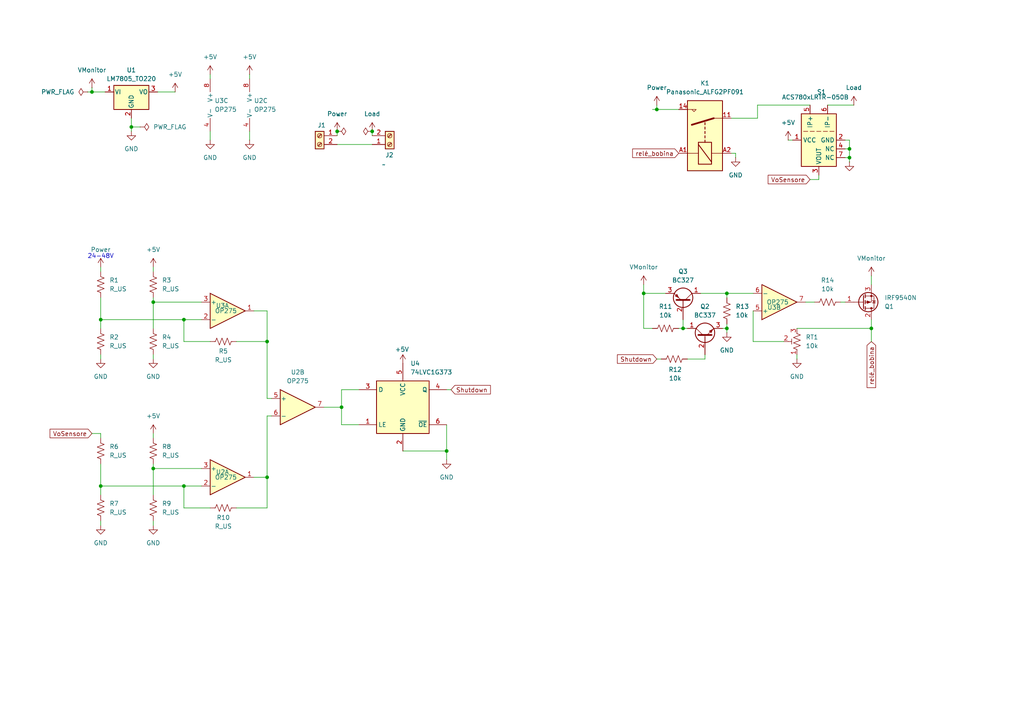
<source format=kicad_sch>
(kicad_sch (version 20231120) (generator "eeschema") (generator_version "8.0")
  (paper "A4")
  (title_block (title "Template") (date "2022-04-19") (rev "V0") (company "E-Agle TRT"))
  (lib_symbols
    (symbol "74xGxx:74LVC1G373"
      (property "Reference" "U" (at -5.08 10.16 0))
      (property "Value" "74LVC1G373" (at 7.62 -10.16 0))
      (symbol "74LVC1G373_0_1"
        (rectangle (start -7.62 7.62) (end 7.62 -7.62) (stroke (width 0.254)) (fill (type background)))
      )
      (symbol "74LVC1G373_1_1"
        (pin input line (at -12.7 -5.08 0) (length 5.08) (name "LE") (number "1"))
        (pin power_in line (at 0 -12.7 90) (length 5.08) (name "GND") (number "2"))
        (pin input line (at -12.7 5.08 0) (length 5.08) (name "D") (number "3"))
        (pin tri_state line (at 12.7 5.08 180) (length 5.08) (name "Q") (number "4"))
        (pin power_in line (at 0 12.7 270) (length 5.08) (name "VCC") (number "5"))
        (pin input line (at 12.7 -5.08 180) (length 5.08) (name "~{OE}") (number "6"))
      )
    )
    (symbol "Amplifier_Operational:OP275" (pin_names (offset 0.127))
      (property "Reference" "U" (at 0 5.08 0))
      (property "Value" "OP275" (at 0 -5.08 0))
      (symbol "OP275_1_1"
        (polyline (pts (xy -5.08 5.08) (xy 5.08 0) (xy -5.08 -5.08) (xy -5.08 5.08)) (stroke (width 0.254)) (fill (type background)))
        (pin output line (at 7.62 0 180) (length 2.54) (name "~") (number "1"))
        (pin input line (at -7.62 -2.54 0) (length 2.54) (name "-") (number "2"))
        (pin input line (at -7.62 2.54 0) (length 2.54) (name "+") (number "3"))
      )
      (symbol "OP275_2_1"
        (polyline (pts (xy -5.08 5.08) (xy 5.08 0) (xy -5.08 -5.08) (xy -5.08 5.08)) (stroke (width 0.254)) (fill (type background)))
        (pin input line (at -7.62 2.54 0) (length 2.54) (name "+") (number "5"))
        (pin input line (at -7.62 -2.54 0) (length 2.54) (name "-") (number "6"))
        (pin output line (at 7.62 0 180) (length 2.54) (name "~") (number "7"))
      )
      (symbol "OP275_3_1"
        (pin power_in line (at -2.54 -7.62 90) (length 3.81) (name "V-") (number "4"))
        (pin power_in line (at -2.54 7.62 270) (length 3.81) (name "V+") (number "8"))
      )
    )
    (symbol "Connector:Screw_Terminal_01x02" (pin_names (offset 1.016) hide)
      (property "Reference" "J" (at 0 2.54 0))
      (property "Value" "Screw_Terminal_01x02" (at 0 -5.08 0))
      (symbol "Screw_Terminal_01x02_1_1"
        (rectangle (start -1.27 1.27) (end 1.27 -3.81) (stroke (width 0.254)) (fill (type background)))
        (circle (center 0 -2.54) (radius 0.635) (stroke (width 0.1524)))
        (polyline (pts (xy -0.5334 -2.2098) (xy 0.3302 -3.048)) (stroke (width 0.1524)))
        (polyline (pts (xy -0.5334 0.3302) (xy 0.3302 -0.508)) (stroke (width 0.1524)))
        (polyline (pts (xy -0.3556 -2.032) (xy 0.508 -2.8702)) (stroke (width 0.1524)))
        (polyline (pts (xy -0.3556 0.508) (xy 0.508 -0.3302)) (stroke (width 0.1524)))
        (circle (center 0 0) (radius 0.635) (stroke (width 0.1524)))
        (pin passive line (at -5.08 0 0) (length 3.81) (name "Pin_1") (number "1"))
        (pin passive line (at -5.08 -2.54 0) (length 3.81) (name "Pin_2") (number "2"))
      )
    )
    (symbol "Device:R_Potentiometer_Trim_US" (pin_names (offset 1.016) hide)
      (property "Reference" "RV" (at -4.445 0 90))
      (property "Value" "R_Potentiometer_Trim_US" (at -2.54 0 90))
      (symbol "R_Potentiometer_Trim_US_0_1"
        (polyline (pts (xy 0 -2.286) (xy 0 -2.54)))
        (polyline (pts (xy 0 2.286) (xy 0 2.54)))
        (polyline (pts (xy 1.524 0.762) (xy 1.524 -0.762)))
        (polyline (pts (xy 2.54 0) (xy 1.524 0)))
        (polyline (pts (xy 0 -0.762) (xy 1.016 -1.143) (xy 0 -1.524) (xy -1.016 -1.905) (xy 0 -2.286)))
        (polyline (pts (xy 0 0.762) (xy 1.016 0.381) (xy 0 0) (xy -1.016 -0.381) (xy 0 -0.762)))
        (polyline (pts (xy 0 2.286) (xy 1.016 1.905) (xy 0 1.524) (xy -1.016 1.143) (xy 0 0.762)))
      )
      (symbol "R_Potentiometer_Trim_US_1_1"
        (pin passive line (at 0 3.81 270) (length 1.27) (name "1") (number "1"))
        (pin passive line (at 3.81 0 180) (length 1.27) (name "2") (number "2"))
        (pin passive line (at 0 -3.81 90) (length 1.27) (name "3") (number "3"))
      )
    )
    (symbol "Device:R_US" (pin_numbers hide) (pin_names (offset 0))
      (property "Reference" "R" (at 2.54 0 90))
      (property "Value" "R_US" (at -2.54 0 90))
      (symbol "R_US_0_1"
        (polyline (pts (xy 0 -2.286) (xy 0 -2.54)))
        (polyline (pts (xy 0 2.286) (xy 0 2.54)))
        (polyline (pts (xy 0 -0.762) (xy 1.016 -1.143) (xy 0 -1.524) (xy -1.016 -1.905) (xy 0 -2.286)))
        (polyline (pts (xy 0 0.762) (xy 1.016 0.381) (xy 0 0) (xy -1.016 -0.381) (xy 0 -0.762)))
        (polyline (pts (xy 0 2.286) (xy 1.016 1.905) (xy 0 1.524) (xy -1.016 1.143) (xy 0 0.762)))
      )
      (symbol "R_US_1_1"
        (pin passive line (at 0 3.81 270) (length 1.27) (name "~") (number "1"))
        (pin passive line (at 0 -3.81 90) (length 1.27) (name "~") (number "2"))
      )
    )
    (symbol "Regulator_Linear:LM7806_TO220" (pin_names (offset 0.254))
      (property "Reference" "U" (at -3.81 3.175 0))
      (property "Value" "LM7806_TO220" (at 0 3.175 0))
      (symbol "LM7806_TO220_0_1"
        (rectangle (start -5.08 1.905) (end 5.08 -5.08) (stroke (width 0.254)) (fill (type background)))
      )
      (symbol "LM7806_TO220_1_1"
        (pin power_in line (at -7.62 0 0) (length 2.54) (name "VI") (number "1"))
        (pin power_in line (at 0 -7.62 90) (length 2.54) (name "GND") (number "2"))
        (pin power_out line (at 7.62 0 180) (length 2.54) (name "VO") (number "3"))
      )
    )
    (symbol "Relay:Panasonic_ALFG2PF091"
      (property "Reference" "K" (at 11.43 3.81 0))
      (property "Value" "Panasonic_ALFG2PF091" (at 11.43 1.27 0))
      (symbol "Panasonic_ALFG2PF091_0_1"
        (rectangle (start -10.16 5.08) (end 10.16 -5.08) (stroke (width 0.254)) (fill (type background)))
        (rectangle (start -8.255 1.905) (end -1.905 -1.905) (stroke (width 0.254)))
        (polyline (pts (xy -7.62 -1.905) (xy -2.54 1.905)) (stroke (width 0.254)))
        (polyline (pts (xy -5.08 -5.08) (xy -5.08 -1.905)))
        (polyline (pts (xy -5.08 5.08) (xy -5.08 1.905)))
        (polyline (pts (xy -1.905 0) (xy -1.27 0)) (stroke (width 0.254)))
        (polyline (pts (xy -0.635 0) (xy 0 0)) (stroke (width 0.254)))
        (polyline (pts (xy 0.635 0) (xy 1.27 0)) (stroke (width 0.254)))
        (polyline (pts (xy 1.905 0) (xy 2.54 0)) (stroke (width 0.254)))
        (polyline (pts (xy 3.175 0) (xy 3.81 0)) (stroke (width 0.254)))
        (polyline (pts (xy 5.08 -2.54) (xy 3.175 3.81)) (stroke (width 0.508)))
        (polyline (pts (xy 5.08 -2.54) (xy 5.08 -5.08)))
        (polyline (pts (xy 7.62 5.08) (xy 7.62 2.54) (xy 6.985 3.175) (xy 7.62 3.81)))
      )
      (symbol "Panasonic_ALFG2PF091_1_1"
        (pin passive line (at 5.08 -7.62 90) (length 2.54) (name "~") (number "11"))
        (pin passive line (at 7.62 7.62 270) (length 2.54) (name "~") (number "14"))
        (pin passive line (at -5.08 7.62 270) (length 2.54) (name "~") (number "A1"))
        (pin passive line (at -5.08 -7.62 90) (length 2.54) (name "~") (number "A2"))
      )
    )
    (symbol "Sensor_Current:ACS780xLRTR-050B"
      (property "Reference" "U" (at -7.62 6.35 0))
      (property "Value" "ACS780xLRTR-050B" (at 2.54 6.35 0))
      (symbol "ACS780xLRTR-050B_0_1"
        (rectangle (start -7.62 5.08) (end 7.62 -5.08) (stroke (width 0.254)) (fill (type background)))
        (polyline (pts (xy -2.54 -3.175) (xy -2.54 -4.445)))
        (polyline (pts (xy -2.54 -1.27) (xy -2.54 -2.54)))
        (polyline (pts (xy -2.54 0.635) (xy -2.54 -0.635)))
        (polyline (pts (xy -2.54 1.27) (xy -2.54 2.54)))
        (polyline (pts (xy -2.54 3.175) (xy -2.54 4.445)))
      )
      (symbol "ACS780xLRTR-050B_1_1"
        (pin power_in line (at 0 7.62 270) (length 2.54) (name "VCC") (number "1"))
        (pin power_in line (at 0 -7.62 90) (length 2.54) (name "GND") (number "2"))
        (pin output line (at 10.16 0 180) (length 2.54) (name "VOUT") (number "3"))
        (pin passive line (at 2.54 -7.62 90) (length 2.54) (name "NC") (number "4"))
        (pin passive line (at -10.16 2.54 0) (length 2.54) (name "IP+") (number "5"))
        (pin passive line (at -10.16 -2.54 0) (length 2.54) (name "IP-") (number "6"))
        (pin passive line (at 5.08 -7.62 90) (length 2.54) (name "NC") (number "7"))
      )
    )
    (symbol "Transistor_BJT:BC327" (pin_names (offset 0) hide)
      (property "Reference" "Q" (at 5.08 1.905 0))
      (property "Value" "BC327" (at 5.08 0 0))
      (symbol "BC327_0_1"
        (polyline (pts (xy 0.635 0.635) (xy 2.54 2.54)))
        (polyline (pts (xy 0.635 -0.635) (xy 2.54 -2.54) (xy 2.54 -2.54)))
        (polyline (pts (xy 0.635 1.905) (xy 0.635 -1.905) (xy 0.635 -1.905)) (stroke (width 0.508)))
        (polyline (pts (xy 2.286 -1.778) (xy 1.778 -2.286) (xy 1.27 -1.27) (xy 2.286 -1.778) (xy 2.286 -1.778)) (fill (type outline)))
        (circle (center 1.27 0) (radius 2.8194) (stroke (width 0.254)))
      )
      (symbol "BC327_1_1"
        (pin passive line (at 2.54 5.08 270) (length 2.54) (name "C") (number "1"))
        (pin input line (at -5.08 0 0) (length 5.715) (name "B") (number "2"))
        (pin passive line (at 2.54 -5.08 90) (length 2.54) (name "E") (number "3"))
      )
    )
    (symbol "Transistor_BJT:BC337" (pin_names (offset 0) hide)
      (property "Reference" "Q" (at 5.08 1.905 0))
      (property "Value" "BC337" (at 5.08 0 0))
      (symbol "BC337_0_1"
        (polyline (pts (xy 0 0) (xy 0.635 0)))
        (polyline (pts (xy 0.635 0.635) (xy 2.54 2.54)))
        (polyline (pts (xy 0.635 -0.635) (xy 2.54 -2.54) (xy 2.54 -2.54)))
        (polyline (pts (xy 0.635 1.905) (xy 0.635 -1.905) (xy 0.635 -1.905)) (stroke (width 0.508)))
        (polyline (pts (xy 1.27 -1.778) (xy 1.778 -1.27) (xy 2.286 -2.286) (xy 1.27 -1.778) (xy 1.27 -1.778)) (fill (type outline)))
        (circle (center 1.27 0) (radius 2.8194) (stroke (width 0.254)))
      )
      (symbol "BC337_1_1"
        (pin passive line (at 2.54 5.08 270) (length 2.54) (name "C") (number "1"))
        (pin input line (at -5.08 0 0) (length 5.08) (name "B") (number "2"))
        (pin passive line (at 2.54 -5.08 90) (length 2.54) (name "E") (number "3"))
      )
    )
    (symbol "Transistor_FET:IRF9540N" (pin_names hide)
      (property "Reference" "Q" (at 5.08 1.905 0))
      (property "Value" "IRF9540N" (at 5.08 0 0))
      (symbol "IRF9540N_0_1"
        (polyline (pts (xy 0.254 0) (xy -2.54 0)))
        (polyline (pts (xy 0.254 1.905) (xy 0.254 -1.905)) (stroke (width 0.254)))
        (polyline (pts (xy 0.762 -1.27) (xy 0.762 -2.286)) (stroke (width 0.254)))
        (polyline (pts (xy 0.762 0.508) (xy 0.762 -0.508)) (stroke (width 0.254)))
        (polyline (pts (xy 0.762 2.286) (xy 0.762 1.27)) (stroke (width 0.254)))
        (polyline (pts (xy 2.54 2.54) (xy 2.54 1.778)))
        (polyline (pts (xy 2.54 -2.54) (xy 2.54 0) (xy 0.762 0)))
        (polyline (pts (xy 0.762 1.778) (xy 3.302 1.778) (xy 3.302 -1.778) (xy 0.762 -1.778)))
        (polyline (pts (xy 2.286 0) (xy 1.27 0.381) (xy 1.27 -0.381) (xy 2.286 0)) (fill (type outline)))
        (polyline (pts (xy 2.794 -0.508) (xy 2.921 -0.381) (xy 3.683 -0.381) (xy 3.81 -0.254)))
        (polyline (pts (xy 3.302 -0.381) (xy 2.921 0.254) (xy 3.683 0.254) (xy 3.302 -0.381)))
        (circle (center 1.651 0) (radius 2.794) (stroke (width 0.254)))
        (circle (center 2.54 -1.778) (radius 0.254) (fill (type outline)))
        (circle (center 2.54 1.778) (radius 0.254) (fill (type outline)))
      )
      (symbol "IRF9540N_1_1"
        (pin input line (at -5.08 0 0) (length 2.54) (name "G") (number "1"))
        (pin passive line (at 2.54 5.08 270) (length 2.54) (name "D") (number "2"))
        (pin passive line (at 2.54 -5.08 90) (length 2.54) (name "S") (number "3"))
      )
    )
    (symbol "power:+7.5V" (power) (pin_numbers hide) (pin_names (offset 0) hide)
      (property "Value" "+7.5V" (at 0 3.556 0))
      (symbol "+7.5V_0_1"
        (polyline (pts (xy -0.762 1.27) (xy 0 2.54)))
        (polyline (pts (xy 0 0) (xy 0 2.54)))
        (polyline (pts (xy 0 2.54) (xy 0.762 1.27)))
      )
      (symbol "+7.5V_1_1"
        (pin power_in line (at 0 0 90) (length 0) (name "~") (number "1"))
      )
    )
    (symbol "power:GND" (power) (pin_numbers hide) (pin_names (offset 0) hide)
      (property "Value" "GND" (at 0 -3.81 0))
      (symbol "GND_0_1"
        (polyline (pts (xy 0 0) (xy 0 -1.27) (xy 1.27 -1.27) (xy 0 -2.54) (xy -1.27 -1.27) (xy 0 -1.27)))
      )
      (symbol "GND_1_1"
        (pin power_in line (at 0 0 270) (length 0) (name "~") (number "1"))
      )
    )
    (symbol "power:PWR_FLAG" (power) (pin_numbers hide) (pin_names (offset 0) hide)
      (property "Value" "PWR_FLAG" (at 0 3.81 0))
      (symbol "PWR_FLAG_0_0"
        (pin power_out line (at 0 0 90) (length 0) (name "~") (number "1"))
      )
      (symbol "PWR_FLAG_0_1"
        (polyline (pts (xy 0 0) (xy 0 1.27) (xy -1.016 1.905) (xy 0 2.54) (xy 1.016 1.905) (xy 0 1.27)))
      )
    )
    (symbol "power:VCC" (power) (pin_numbers hide) (pin_names (offset 0) hide)
      (property "Value" "VCC" (at 0 3.556 0))
      (symbol "VCC_0_1"
        (polyline (pts (xy -0.762 1.27) (xy 0 2.54)))
        (polyline (pts (xy 0 0) (xy 0 2.54)))
        (polyline (pts (xy 0 2.54) (xy 0.762 1.27)))
      )
      (symbol "VCC_1_1"
        (pin power_in line (at 0 0 90) (length 0) (name "~") (number "1"))
      )
    )
  )
  (junction (at 44.45 87.63))
  (junction (at 210.82 95.25))
  (junction (at 246.38 45.72))
  (junction (at 77.47 99.06))
  (junction (at 26.67 26.67))
  (junction (at 252.73 95.25))
  (junction (at 44.45 135.89))
  (junction (at 53.34 92.71))
  (junction (at 97.79 38.1))
  (junction (at 107.95 38.1))
  (junction (at 190.5 31.75))
  (junction (at 29.21 92.71))
  (junction (at 99.06 118.11))
  (junction (at 186.69 85.09))
  (junction (at 53.34 140.97))
  (junction (at 210.82 85.09))
  (junction (at 246.38 43.18))
  (junction (at 29.21 140.97))
  (junction (at 198.12 95.25))
  (junction (at 129.54 130.81))
  (junction (at 38.1 36.83))
  (junction (at 77.47 138.43))
  (wire (pts (xy 44.45 102.87) (xy 44.45 104.14)))
  (wire (pts (xy 44.45 135.89) (xy 58.42 135.89)))
  (wire (pts (xy 203.2 85.09) (xy 210.82 85.09)))
  (wire (pts (xy 116.84 130.81) (xy 129.54 130.81)))
  (wire (pts (xy 213.36 44.45) (xy 212.09 44.45)))
  (wire (pts (xy 99.06 118.11) (xy 99.06 113.03)))
  (wire (pts (xy 29.21 140.97) (xy 53.34 140.97)))
  (wire (pts (xy 190.5 30.48) (xy 190.5 31.75)))
  (wire (pts (xy 99.06 113.03) (xy 104.14 113.03)))
  (wire (pts (xy 53.34 140.97) (xy 53.34 147.32)))
  (wire (pts (xy 219.71 34.29) (xy 219.71 30.48)))
  (wire (pts (xy 29.21 151.13) (xy 29.21 152.4)))
  (wire (pts (xy 246.38 46.99) (xy 246.38 45.72)))
  (wire (pts (xy 72.39 40.64) (xy 72.39 38.1)))
  (wire (pts (xy 129.54 123.19) (xy 129.54 130.81)))
  (wire (pts (xy 246.38 43.18) (xy 246.38 40.64)))
  (wire (pts (xy 199.39 95.25) (xy 198.12 95.25)))
  (wire (pts (xy 129.54 113.03) (xy 130.81 113.03)))
  (wire (pts (xy 25.4 26.67) (xy 26.67 26.67)))
  (wire (pts (xy 44.45 127) (xy 44.45 125.73)))
  (wire (pts (xy 78.74 120.65) (xy 77.47 120.65)))
  (wire (pts (xy 186.69 85.09) (xy 193.04 85.09)))
  (wire (pts (xy 53.34 140.97) (xy 58.42 140.97)))
  (wire (pts (xy 29.21 92.71) (xy 53.34 92.71)))
  (wire (pts (xy 210.82 96.52) (xy 210.82 95.25)))
  (wire (pts (xy 29.21 102.87) (xy 29.21 104.14)))
  (wire (pts (xy 229.87 40.64) (xy 228.6 40.64)))
  (wire (pts (xy 44.45 135.89) (xy 44.45 143.51)))
  (wire (pts (xy 190.5 104.14) (xy 191.77 104.14)))
  (wire (pts (xy 38.1 38.1) (xy 38.1 36.83)))
  (wire (pts (xy 219.71 30.48) (xy 234.95 30.48)))
  (wire (pts (xy 245.11 45.72) (xy 246.38 45.72)))
  (wire (pts (xy 129.54 130.81) (xy 129.54 133.35)))
  (wire (pts (xy 210.82 86.36) (xy 210.82 85.09)))
  (wire (pts (xy 247.65 30.48) (xy 240.03 30.48)))
  (wire (pts (xy 77.47 120.65) (xy 77.47 138.43)))
  (wire (pts (xy 38.1 34.29) (xy 38.1 36.83)))
  (wire (pts (xy 44.45 151.13) (xy 44.45 152.4)))
  (wire (pts (xy 196.85 95.25) (xy 198.12 95.25)))
  (wire (pts (xy 237.49 52.07) (xy 237.49 50.8)))
  (wire (pts (xy 189.23 95.25) (xy 186.69 95.25)))
  (wire (pts (xy 186.69 82.55) (xy 186.69 85.09)))
  (wire (pts (xy 99.06 123.19) (xy 99.06 118.11)))
  (wire (pts (xy 97.79 41.91) (xy 107.95 41.91)))
  (wire (pts (xy 44.45 78.74) (xy 44.45 77.47)))
  (wire (pts (xy 29.21 134.62) (xy 29.21 140.97)))
  (wire (pts (xy 44.45 134.62) (xy 44.45 135.89)))
  (wire (pts (xy 189.23 31.75) (xy 190.5 31.75)))
  (wire (pts (xy 45.72 26.67) (xy 50.8 26.67)))
  (wire (pts (xy 210.82 85.09) (xy 218.44 85.09)))
  (wire (pts (xy 231.14 95.25) (xy 252.73 95.25)))
  (wire (pts (xy 72.39 21.59) (xy 72.39 22.86)))
  (wire (pts (xy 107.95 38.1) (xy 107.95 39.37)))
  (wire (pts (xy 93.98 118.11) (xy 99.06 118.11)))
  (wire (pts (xy 53.34 92.71) (xy 53.34 99.06)))
  (wire (pts (xy 77.47 147.32) (xy 68.58 147.32)))
  (wire (pts (xy 73.66 90.17) (xy 77.47 90.17)))
  (wire (pts (xy 29.21 77.47) (xy 29.21 78.74)))
  (wire (pts (xy 218.44 90.17) (xy 218.44 99.06)))
  (wire (pts (xy 233.68 87.63) (xy 236.22 87.63)))
  (wire (pts (xy 44.45 86.36) (xy 44.45 87.63)))
  (wire (pts (xy 29.21 86.36) (xy 29.21 92.71)))
  (wire (pts (xy 199.39 104.14) (xy 204.47 104.14)))
  (wire (pts (xy 234.95 52.07) (xy 237.49 52.07)))
  (wire (pts (xy 252.73 80.01) (xy 252.73 82.55)))
  (wire (pts (xy 44.45 87.63) (xy 58.42 87.63)))
  (wire (pts (xy 53.34 92.71) (xy 58.42 92.71)))
  (wire (pts (xy 246.38 45.72) (xy 246.38 43.18)))
  (wire (pts (xy 246.38 40.64) (xy 245.11 40.64)))
  (wire (pts (xy 209.55 95.25) (xy 210.82 95.25)))
  (wire (pts (xy 212.09 34.29) (xy 219.71 34.29)))
  (wire (pts (xy 213.36 45.72) (xy 213.36 44.45)))
  (wire (pts (xy 60.96 38.1) (xy 60.96 40.64)))
  (wire (pts (xy 77.47 99.06) (xy 77.47 115.57)))
  (wire (pts (xy 73.66 138.43) (xy 77.47 138.43)))
  (wire (pts (xy 53.34 99.06) (xy 60.96 99.06)))
  (wire (pts (xy 186.69 95.25) (xy 186.69 85.09)))
  (wire (pts (xy 44.45 87.63) (xy 44.45 95.25)))
  (wire (pts (xy 40.64 36.83) (xy 38.1 36.83)))
  (wire (pts (xy 231.14 104.14) (xy 231.14 102.87)))
  (wire (pts (xy 218.44 99.06) (xy 227.33 99.06)))
  (wire (pts (xy 245.11 43.18) (xy 246.38 43.18)))
  (wire (pts (xy 77.47 115.57) (xy 78.74 115.57)))
  (wire (pts (xy 29.21 125.73) (xy 29.21 127)))
  (wire (pts (xy 26.67 125.73) (xy 29.21 125.73)))
  (wire (pts (xy 60.96 21.59) (xy 60.96 22.86)))
  (wire (pts (xy 29.21 140.97) (xy 29.21 143.51)))
  (wire (pts (xy 77.47 90.17) (xy 77.47 99.06)))
  (wire (pts (xy 77.47 138.43) (xy 77.47 147.32)))
  (wire (pts (xy 243.84 87.63) (xy 245.11 87.63)))
  (wire (pts (xy 26.67 25.4) (xy 26.67 26.67)))
  (wire (pts (xy 97.79 38.1) (xy 97.79 39.37)))
  (wire (pts (xy 190.5 31.75) (xy 196.85 31.75)))
  (wire (pts (xy 204.47 104.14) (xy 204.47 102.87)))
  (wire (pts (xy 210.82 95.25) (xy 210.82 93.98)))
  (wire (pts (xy 198.12 92.71) (xy 198.12 95.25)))
  (wire (pts (xy 53.34 147.32) (xy 60.96 147.32)))
  (wire (pts (xy 252.73 95.25) (xy 252.73 99.06)))
  (wire (pts (xy 26.67 26.67) (xy 30.48 26.67)))
  (wire (pts (xy 104.14 123.19) (xy 99.06 123.19)))
  (wire (pts (xy 29.21 92.71) (xy 29.21 95.25)))
  (wire (pts (xy 77.47 99.06) (xy 68.58 99.06)))
  (wire (pts (xy 252.73 92.71) (xy 252.73 95.25)))
  (text "24-48V\n" (at 29.21 74.422 0) (effects (font (size 1.27 1.27))))
  (global_label "VoSensore" (shape input) (at 234.95 52.07 180) (property "Intersheetrefs" "${INTERSHEET_REFS}" (effects (hide yes))))
  (global_label "Shutdown" (shape input) (at 130.81 113.03 0) (property "Intersheetrefs" "${INTERSHEET_REFS}" (effects (hide yes))))
  (global_label "Shutdown" (shape input) (at 190.5 104.14 180) (property "Intersheetrefs" "${INTERSHEET_REFS}" (effects (hide yes))))
  (global_label "relé_bobina" (shape input) (at 196.85 44.45 180) (property "Intersheetrefs" "${INTERSHEET_REFS}" (effects (hide yes))))
  (global_label "VoSensore" (shape input) (at 26.67 125.73 180) (property "Intersheetrefs" "${INTERSHEET_REFS}" (effects (hide yes))))
  (global_label "relé_bobina" (shape input) (at 252.73 99.06 270) (property "Intersheetrefs" "${INTERSHEET_REFS}" (effects (hide yes))))
  (symbol (lib_id "Amplifier_Operational:OP275") (at 66.04 90.17 0) (unit 1)
    (property "Reference" "U3" (at 64.516 88.646 0))
    (property "Value" "OP275" (at 65.532 90.17 0))
    (property "Footprint" "Package_SO:SOIC-8_3.9x4.9mm_P1.27mm" (effects (hide yes)))
    (property "Datasheet" "https://www.analog.com/media/en/technical-documentation/data-sheets/OP275.pdf" (effects (hide yes)))
    (property "Description" "Dual Bipolar/JFET, Audio Operational Amplifier, DIP-8/SOIC-8" (effects (hide yes)))
  )
  (symbol (lib_id "Device:R_Potentiometer_Trim_US") (at 231.14 99.06 180) (unit 1) (in_bom no)
    (property "Reference" "RT1" (at 233.68 97.7899 0) (effects (justify right)))
    (property "Value" "10k" (at 233.68 100.3299 0) (effects (justify right)))
    (property "Footprint" "Potentiometer_THT:Potentiometer_ACP_CA6-H2,5_Horizontal" (effects (hide yes)))
    (property "Description" "Trim-potentiometer, US symbol" (effects (hide yes)))
  )
  (symbol (lib_id "power:+7.5V") (at 228.6 40.64 0) (unit 1)
    (property "Reference" "#PWR011" (effects (hide yes)))
    (property "Value" "+5V" (at 228.6 35.56 0))
    (property "Description" "5V regulated low current" (effects (hide yes)))
  )
  (symbol (lib_id "power:VCC") (at 247.65 30.48 0) (unit 1)
    (property "Reference" "#PWR026" (effects (hide yes)))
    (property "Value" "Load" (at 247.65 25.4 0))
    (property "Description" "Power symbol creates a global label with name \"VCC\"" (effects (hide yes)))
  )
  (symbol (lib_id "power:+7.5V") (at 44.45 125.73 0) (unit 1)
    (property "Reference" "#PWR017" (effects (hide yes)))
    (property "Value" "+5V" (at 44.45 120.65 0))
    (property "Description" "5V regulated low current" (effects (hide yes)))
  )
  (symbol (lib_id "power:GND") (at 213.36 45.72 0) (unit 1)
    (property "Reference" "#PWR024" (effects (hide yes)))
    (property "Value" "GND" (at 213.36 50.8 0))
    (property "Description" "Power symbol creates a global label with name \"GND\" , ground" (effects (hide yes)))
  )
  (symbol (lib_id "power:+7.5V") (at 44.45 77.47 0) (unit 1)
    (property "Reference" "#PWR012" (effects (hide yes)))
    (property "Value" "+5V" (at 44.45 72.39 0))
    (property "Description" "5V regulated low current" (effects (hide yes)))
  )
  (symbol (lib_id "power:GND") (at 210.82 96.52 0) (unit 1)
    (property "Reference" "#PWR023" (effects (hide yes)))
    (property "Value" "GND" (at 210.82 101.6 0))
    (property "Description" "Power symbol creates a global label with name \"GND\" , ground" (effects (hide yes)))
  )
  (symbol (lib_id "Amplifier_Operational:OP275") (at 66.04 138.43 0) (unit 1)
    (property "Reference" "U2" (at 64.516 136.906 0))
    (property "Value" "OP275" (at 65.532 138.43 0))
    (property "Footprint" "Package_SO:SOIC-8_3.9x4.9mm_P1.27mm" (effects (hide yes)))
    (property "Datasheet" "https://www.analog.com/media/en/technical-documentation/data-sheets/OP275.pdf" (effects (hide yes)))
    (property "Description" "Dual Bipolar/JFET, Audio Operational Amplifier, DIP-8/SOIC-8" (effects (hide yes)))
  )
  (symbol (lib_id "power:VCC") (at 186.69 82.55 0) (unit 1)
    (property "Reference" "#PWR022" (effects (hide yes)))
    (property "Value" "VMonitor" (at 186.69 77.47 0))
    (property "Description" "Power symbol creates a global label with name \"VCC\"" (effects (hide yes)))
  )
  (symbol (lib_id "power:VCC") (at 252.73 80.01 0) (unit 1)
    (property "Reference" "#PWR09" (effects (hide yes)))
    (property "Value" "VMonitor" (at 252.73 74.93 0))
    (property "Description" "Power symbol creates a global label with name \"VCC\"" (effects (hide yes)))
  )
  (symbol (lib_id "power:PWR_FLAG") (at 97.79 38.1 270) (unit 1)
    (property "Reference" "#FLG05" (effects (hide yes)))
    (property "Value" "PWR_FLAG" (effects (hide yes)))
    (property "Description" "Special symbol for telling ERC where power comes from" (effects (hide yes)))
  )
  (symbol (lib_id "power:GND") (at 129.54 133.35 0) (unit 1)
    (property "Reference" "#PWR014" (effects (hide yes)))
    (property "Value" "GND" (at 129.54 138.43 0))
    (property "Description" "Power symbol creates a global label with name \"GND\" , ground" (effects (hide yes)))
  )
  (symbol (lib_id "power:+7.5V") (at 60.96 21.59 0) (unit 1)
    (property "Reference" "#PWR04" (effects (hide yes)))
    (property "Value" "+5V" (at 60.96 16.51 0))
    (property "Description" "5V regulated low current" (effects (hide yes)))
  )
  (symbol (lib_id "Amplifier_Operational:OP275") (at 226.06 87.63 0) (mirror x) (unit 2)
    (property "Reference" "U3" (at 224.536 89.154 0))
    (property "Value" "OP275" (at 225.552 87.63 0))
    (property "Footprint" "Package_SO:SOIC-8_3.9x4.9mm_P1.27mm" (effects (hide yes)))
    (property "Datasheet" "https://www.analog.com/media/en/technical-documentation/data-sheets/OP275.pdf" (effects (hide yes)))
    (property "Description" "Dual Bipolar/JFET, Audio Operational Amplifier, DIP-8/SOIC-8" (effects (hide yes)))
  )
  (symbol (lib_id "power:VCC") (at 26.67 25.4 0) (unit 1)
    (property "Reference" "#PWR02" (effects (hide yes)))
    (property "Value" "VMonitor" (at 26.67 20.32 0))
    (property "Description" "Power symbol creates a global label with name \"VCC\"" (effects (hide yes)))
  )
  (symbol (lib_id "Transistor_BJT:BC327") (at 198.12 87.63 270) (mirror x) (unit 1)
    (property "Reference" "Q3" (at 198.12 78.74 90))
    (property "Value" "BC327" (at 198.12 81.28 90))
    (property "Footprint" "Package_TO_SOT_THT:TO-92_Inline" (effects (hide yes)))
    (property "Datasheet" "http://www.onsemi.com/pub_link/Collateral/BC327-D.PDF" (effects (hide yes)))
    (property "Description" "0.8A Ic, 45V Vce, PNP Transistor, TO-92" (effects (hide yes)))
  )
  (symbol (lib_id "Transistor_BJT:BC337") (at 204.47 97.79 90) (unit 1)
    (property "Reference" "Q2" (at 204.47 88.9 90))
    (property "Value" "BC337" (at 204.47 91.44 90))
    (property "Footprint" "Package_TO_SOT_THT:TO-92_Inline" (effects (hide yes)))
    (property "Datasheet" "https://diotec.com/tl_files/diotec/files/pdf/datasheets/bc337.pdf" (effects (hide yes)))
    (property "Description" "0.8A Ic, 45V Vce, NPN Transistor, TO-92" (effects (hide yes)))
  )
  (symbol (lib_id "power:+7.5V") (at 72.39 21.59 0) (unit 1)
    (property "Reference" "#PWR019" (effects (hide yes)))
    (property "Value" "+5V" (at 72.39 16.51 0))
    (property "Description" "5V regulated low current" (effects (hide yes)))
  )
  (symbol (lib_id "Device:R_US") (at 29.21 147.32 0) (unit 1)
    (property "Reference" "R7" (at 31.75 146.0499 0) (effects (justify left)))
    (property "Value" "R_US" (at 31.75 148.5899 0) (effects (justify left)))
    (property "Footprint" "Resistor_SMD:R_1206_3216Metric" (effects (hide yes)))
    (property "Description" "Resistor, US symbol" (effects (hide yes)))
  )
  (symbol (lib_id "Regulator_Linear:LM7806_TO220") (at 38.1 26.67 0) (unit 1)
    (property "Reference" "U1" (at 38.1 20.32 0))
    (property "Value" "LM7805_TO220" (at 38.1 22.86 0))
    (property "Footprint" "Package_TO_SOT_THT:TO-220-3_Vertical" (effects (hide yes)))
    (property "Datasheet" "https://www.onsemi.cn/PowerSolutions/document/MC7800-D.PDF" (effects (hide yes)))
    (property "Description" "Positive 1A 35V Linear Regulator, Fixed Output 6V, TO-220" (effects (hide yes)))
  )
  (symbol (lib_id "power:GND") (at 29.21 104.14 0) (unit 1)
    (property "Reference" "#PWR06" (effects (hide yes)))
    (property "Value" "GND" (at 29.21 109.22 0))
    (property "Description" "Power symbol creates a global label with name \"GND\" , ground" (effects (hide yes)))
  )
  (symbol (lib_id "power:GND") (at 246.38 46.99 0) (unit 1)
    (property "Reference" "#PWR08" (effects (hide yes)))
    (property "Value" "GND" (effects (hide yes)))
    (property "Description" "Power symbol creates a global label with name \"GND\" , ground" (effects (hide yes)))
  )
  (symbol (lib_id "Device:R_US") (at 64.77 147.32 90) (unit 1)
    (property "Reference" "R10" (at 64.77 150.114 90))
    (property "Value" "R_US" (at 64.77 152.654 90))
    (property "Footprint" "Resistor_SMD:R_1206_3216Metric" (effects (hide yes)))
    (property "Description" "Resistor, US symbol" (effects (hide yes)))
  )
  (symbol (lib_id "power:GND") (at 38.1 38.1 0) (unit 1)
    (property "Reference" "#PWR03" (effects (hide yes)))
    (property "Value" "GND" (at 38.1 43.18 0))
    (property "Description" "Power symbol creates a global label with name \"GND\" , ground" (effects (hide yes)))
  )
  (symbol (lib_id "Connector:Screw_Terminal_01x02") (at 113.03 41.91 0) (mirror x) (unit 1)
    (property "Reference" "J2" (at 111.76 44.958 0) (effects (justify left)))
    (property "Value" "~" (at 110.744 47.752 0) (effects (justify left)))
    (property "Footprint" "TerminalBlock:TerminalBlock_Altech_AK300-2_P5.00mm" (effects (hide yes)))
    (property "Description" "Generic screw terminal, single row, 01x02, script generated (kicad-library-utils/schlib/autogen/connector/)" (effects (hide yes)))
  )
  (symbol (lib_id "Transistor_FET:IRF9540N") (at 250.19 87.63 0) (mirror x) (unit 1)
    (property "Reference" "Q1" (at 256.54 88.9001 0) (effects (justify left)))
    (property "Value" "IRF9540N" (at 256.54 86.3601 0) (effects (justify left)))
    (property "Footprint" "Package_TO_SOT_THT:TO-220-3_Vertical" (effects (hide yes)))
    (property "Datasheet" "http://www.irf.com/product-info/datasheets/data/irf9540n.pdf" (effects (hide yes)))
    (property "Description" "-23A Id, -100V Vds, 117mOhm Rds, P-Channel HEXFET Power MOSFET, TO-220" (effects (hide yes)))
  )
  (symbol (lib_id "power:+7.5V") (at 107.95 38.1 0) (unit 1)
    (property "Reference" "#PWR027" (effects (hide yes)))
    (property "Value" "Load" (at 107.95 33.02 0))
    (property "Description" "5V regulated low current" (effects (hide yes)))
  )
  (symbol (lib_id "power:PWR_FLAG") (at 40.64 36.83 270) (unit 1)
    (property "Reference" "#FLG03" (effects (hide yes)))
    (property "Value" "PWR_FLAG" (at 44.45 36.8299 90) (effects (justify left)))
    (property "Description" "Special symbol for telling ERC where power comes from" (effects (hide yes)))
  )
  (symbol (lib_id "Device:R_US") (at 195.58 104.14 270) (unit 1)
    (property "Reference" "R12" (at 195.834 107.188 90))
    (property "Value" "10k" (at 195.834 109.728 90))
    (property "Footprint" "Resistor_SMD:R_1206_3216Metric" (effects (hide yes)))
    (property "Description" "Resistor, US symbol" (effects (hide yes)))
  )
  (symbol (lib_id "Device:R_US") (at 44.45 147.32 0) (unit 1)
    (property "Reference" "R9" (at 46.99 146.0499 0) (effects (justify left)))
    (property "Value" "R_US" (at 46.99 148.5899 0) (effects (justify left)))
    (property "Footprint" "Resistor_SMD:R_1206_3216Metric" (effects (hide yes)))
    (property "Description" "Resistor, US symbol" (effects (hide yes)))
  )
  (symbol (lib_id "Device:R_US") (at 193.04 95.25 270) (unit 1)
    (property "Reference" "R11" (at 193.04 88.9 90))
    (property "Value" "10k" (at 193.04 91.44 90))
    (property "Footprint" "Resistor_SMD:R_1206_3216Metric" (effects (hide yes)))
    (property "Description" "Resistor, US symbol" (effects (hide yes)))
  )
  (symbol (lib_id "Amplifier_Operational:OP275") (at 63.5 30.48 0) (unit 3)
    (property "Reference" "U3" (at 62.23 29.2099 0) (effects (justify left)))
    (property "Value" "OP275" (at 62.23 31.7499 0) (effects (justify left)))
    (property "Footprint" "Package_SO:SOIC-8_3.9x4.9mm_P1.27mm" (effects (hide yes)))
    (property "Datasheet" "https://www.analog.com/media/en/technical-documentation/data-sheets/OP275.pdf" (effects (hide yes)))
    (property "Description" "Dual Bipolar/JFET, Audio Operational Amplifier, DIP-8/SOIC-8" (effects (hide yes)))
  )
  (symbol (lib_id "74xGxx:74LVC1G373") (at 116.84 118.11 0) (unit 1)
    (property "Reference" "U4" (at 119.0341 105.41 0) (effects (justify left)))
    (property "Value" "74LVC1G373" (at 119.0341 107.95 0) (effects (justify left)))
    (property "Footprint" "Package_TO_SOT_SMD:SOT-23-6" (effects (hide yes)))
    (property "Datasheet" "http://www.ti.com/lit/sg/scyt129e/scyt129e.pdf" (effects (hide yes)))
    (property "Description" "Single D Latch, Low-Voltage CMOS" (effects (hide yes)))
  )
  (symbol (lib_id "Device:R_US") (at 44.45 99.06 0) (unit 1)
    (property "Reference" "R4" (at 46.99 97.7899 0) (effects (justify left)))
    (property "Value" "R_US" (at 46.99 100.3299 0) (effects (justify left)))
    (property "Footprint" "Resistor_SMD:R_1206_3216Metric" (effects (hide yes)))
    (property "Description" "Resistor, US symbol" (effects (hide yes)))
  )
  (symbol (lib_id "Device:R_US") (at 44.45 130.81 180) (unit 1)
    (property "Reference" "R8" (at 46.99 129.5399 0) (effects (justify right)))
    (property "Value" "R_US" (at 46.99 132.0799 0) (effects (justify right)))
    (property "Footprint" "Resistor_SMD:R_1206_3216Metric" (effects (hide yes)))
    (property "Description" "Resistor, US symbol" (effects (hide yes)))
  )
  (symbol (lib_id "Connector:Screw_Terminal_01x02") (at 92.71 39.37 0) (mirror y) (unit 1)
    (property "Reference" "J1" (at 94.488 36.322 0) (effects (justify left)))
    (property "Value" "~" (at 98.806 33.528 0) (effects (justify left)))
    (property "Footprint" "TerminalBlock:TerminalBlock_Altech_AK300-2_P5.00mm" (effects (hide yes)))
    (property "Description" "Generic screw terminal, single row, 01x02, script generated (kicad-library-utils/schlib/autogen/connector/)" (effects (hide yes)))
  )
  (symbol (lib_id "power:GND") (at 29.21 152.4 0) (unit 1)
    (property "Reference" "#PWR016" (effects (hide yes)))
    (property "Value" "GND" (at 29.21 157.48 0))
    (property "Description" "Power symbol creates a global label with name \"GND\" , ground" (effects (hide yes)))
  )
  (symbol (lib_id "power:PWR_FLAG") (at 25.4 26.67 90) (unit 1)
    (property "Reference" "#FLG02" (effects (hide yes)))
    (property "Value" "PWR_FLAG" (at 21.59 26.6699 90) (effects (justify left)))
    (property "Description" "Special symbol for telling ERC where power comes from" (effects (hide yes)))
  )
  (symbol (lib_id "power:GND") (at 60.96 40.64 0) (unit 1)
    (property "Reference" "#PWR010" (effects (hide yes)))
    (property "Value" "GND" (at 60.96 45.72 0))
    (property "Description" "Power symbol creates a global label with name \"GND\" , ground" (effects (hide yes)))
  )
  (symbol (lib_id "power:+7.5V") (at 97.79 38.1 0) (unit 1)
    (property "Reference" "#PWR025" (effects (hide yes)))
    (property "Value" "Power" (at 97.79 33.02 0))
    (property "Description" "5V regulated low current" (effects (hide yes)))
  )
  (symbol (lib_id "power:GND") (at 72.39 40.64 0) (unit 1)
    (property "Reference" "#PWR020" (effects (hide yes)))
    (property "Value" "GND" (at 72.39 45.72 0))
    (property "Description" "Power symbol creates a global label with name \"GND\" , ground" (effects (hide yes)))
  )
  (symbol (lib_id "Amplifier_Operational:OP275") (at 74.93 30.48 0) (unit 3)
    (property "Reference" "U2" (at 73.66 29.2099 0) (effects (justify left)))
    (property "Value" "OP275" (at 73.66 31.7499 0) (effects (justify left)))
    (property "Footprint" "Package_SO:SOIC-8_3.9x4.9mm_P1.27mm" (effects (hide yes)))
    (property "Datasheet" "https://www.analog.com/media/en/technical-documentation/data-sheets/OP275.pdf" (effects (hide yes)))
    (property "Description" "Dual Bipolar/JFET, Audio Operational Amplifier, DIP-8/SOIC-8" (effects (hide yes)))
  )
  (symbol (lib_id "Amplifier_Operational:OP275") (at 86.36 118.11 0) (unit 2)
    (property "Reference" "U2" (at 86.36 107.95 0))
    (property "Value" "OP275" (at 86.36 110.49 0))
    (property "Footprint" "Package_SO:SOIC-8_3.9x4.9mm_P1.27mm" (effects (hide yes)))
    (property "Datasheet" "https://www.analog.com/media/en/technical-documentation/data-sheets/OP275.pdf" (effects (hide yes)))
    (property "Description" "Dual Bipolar/JFET, Audio Operational Amplifier, DIP-8/SOIC-8" (effects (hide yes)))
  )
  (symbol (lib_id "Device:R_US") (at 29.21 82.55 0) (unit 1)
    (property "Reference" "R1" (at 31.75 81.2799 0) (effects (justify left)))
    (property "Value" "R_US" (at 31.75 83.8199 0) (effects (justify left)))
    (property "Footprint" "Resistor_SMD:R_1206_3216Metric" (effects (hide yes)))
    (property "Datasheet" "100k" (effects (hide yes)))
    (property "Description" "Resistor, US symbol" (effects (hide yes)))
  )
  (symbol (lib_id "Relay:Panasonic_ALFG2PF091") (at 204.47 39.37 90) (unit 1)
    (property "Reference" "K1" (at 204.47 24.13 90))
    (property "Value" "Panasonic_ALFG2PF091" (at 204.47 26.67 90))
    (property "Footprint" "Relay_THT:Relay_SPST_Panasonic_ALFG_FormA_CircularHoles" (effects (hide yes)))
    (property "Datasheet" "https://www3.panasonic.biz/ac/e_download/control/relay/power/catalog/mech_eng_lfg.pdf" (effects (hide yes)))
    (property "Description" "9V DC, High Capacity, 33A, Contact Gap 1.8mm, ALFG_FormA" (effects (hide yes)))
  )
  (symbol (lib_id "Device:R_US") (at 240.03 87.63 270) (unit 1)
    (property "Reference" "R14" (at 240.03 81.28 90))
    (property "Value" "10k" (at 240.03 83.82 90))
    (property "Footprint" "Resistor_SMD:R_1206_3216Metric" (effects (hide yes)))
    (property "Description" "Resistor, US symbol" (effects (hide yes)))
  )
  (symbol (lib_id "power:GND") (at 44.45 152.4 0) (unit 1)
    (property "Reference" "#PWR018" (effects (hide yes)))
    (property "Value" "GND" (at 44.45 157.48 0))
    (property "Description" "Power symbol creates a global label with name \"GND\" , ground" (effects (hide yes)))
  )
  (symbol (lib_id "Device:R_US") (at 44.45 82.55 180) (unit 1)
    (property "Reference" "R3" (at 46.99 81.2799 0) (effects (justify right)))
    (property "Value" "R_US" (at 46.99 83.8199 0) (effects (justify right)))
    (property "Footprint" "Resistor_SMD:R_1206_3216Metric" (effects (hide yes)))
    (property "Description" "Resistor, US symbol" (effects (hide yes)))
  )
  (symbol (lib_id "Sensor_Current:ACS780xLRTR-050B") (at 237.49 40.64 90) (mirror x) (unit 1)
    (property "Reference" "S1" (at 238.252 26.67 90))
    (property "Value" "ACS780xLRTR-050B" (at 236.474 28.194 90))
    (property "Footprint" "Sensor_Current:Allegro_PSOF-7_4.8x6.4mm_P1.60mm" (effects (hide yes)))
    (property "Datasheet" "http://www.allegromicro.com/~/media/Files/Datasheets/ACS780-Datasheet.ashx?la=en" (effects (hide yes)))
    (property "Description" "±50A Bidirectional Hall-Effect Current Sensor, +5.0V supply, 40mV/A, PSOF-7" (effects (hide yes)))
  )
  (symbol (lib_id "power:+7.5V") (at 50.8 26.67 0) (unit 1)
    (property "Reference" "#PWR07" (effects (hide yes)))
    (property "Value" "+5V" (at 50.8 21.59 0))
    (property "Description" "5V regulated low current" (effects (hide yes)))
  )
  (symbol (lib_id "Device:R_US") (at 210.82 90.17 0) (unit 1)
    (property "Reference" "R13" (at 213.36 88.8999 0) (effects (justify left)))
    (property "Value" "10k" (at 213.36 91.4399 0) (effects (justify left)))
    (property "Footprint" "Resistor_SMD:R_1206_3216Metric" (effects (hide yes)))
    (property "Description" "Resistor, US symbol" (effects (hide yes)))
  )
  (symbol (lib_id "power:VCC") (at 29.21 77.47 0) (unit 1)
    (property "Reference" "#PWR05" (effects (hide yes)))
    (property "Value" "Power" (at 29.21 72.39 0))
    (property "Description" "Power symbol creates a global label with name \"VCC\"" (effects (hide yes)))
  )
  (symbol (lib_id "Device:R_US") (at 64.77 99.06 90) (unit 1)
    (property "Reference" "R5" (at 64.77 101.854 90))
    (property "Value" "R_US" (at 64.77 104.394 90))
    (property "Footprint" "Resistor_SMD:R_1206_3216Metric" (effects (hide yes)))
    (property "Description" "Resistor, US symbol" (effects (hide yes)))
  )
  (symbol (lib_id "power:VCC") (at 190.5 30.48 0) (unit 1)
    (property "Reference" "#PWR01" (effects (hide yes)))
    (property "Value" "Power" (at 190.5 25.4 0))
    (property "Description" "Power symbol creates a global label with name \"VCC\"" (effects (hide yes)))
  )
  (symbol (lib_id "power:PWR_FLAG") (at 107.95 38.1 90) (unit 1)
    (property "Reference" "#FLG01" (effects (hide yes)))
    (property "Value" "PWR_FLAG" (effects (hide yes)))
    (property "Description" "Special symbol for telling ERC where power comes from" (effects (hide yes)))
  )
  (symbol (lib_id "Device:R_US") (at 29.21 99.06 0) (unit 1)
    (property "Reference" "R2" (at 31.75 97.7899 0) (effects (justify left)))
    (property "Value" "R_US" (at 31.75 100.3299 0) (effects (justify left)))
    (property "Footprint" "Resistor_SMD:R_1206_3216Metric" (effects (hide yes)))
    (property "Description" "Resistor, US symbol" (effects (hide yes)))
  )
  (symbol (lib_id "power:+7.5V") (at 116.84 105.41 0) (unit 1)
    (property "Reference" "#PWR015" (effects (hide yes)))
    (property "Value" "+5V" (at 114.554 101.346 0) (effects (justify left)))
    (property "Description" "Power symbol creates a global label with name \"+7.5V\"" (effects (hide yes)))
  )
  (symbol (lib_id "power:GND") (at 44.45 104.14 0) (unit 1)
    (property "Reference" "#PWR013" (effects (hide yes)))
    (property "Value" "GND" (at 44.45 109.22 0))
    (property "Description" "Power symbol creates a global label with name \"GND\" , ground" (effects (hide yes)))
  )
  (symbol (lib_id "Device:R_US") (at 29.21 130.81 0) (unit 1)
    (property "Reference" "R6" (at 31.75 129.5399 0) (effects (justify left)))
    (property "Value" "R_US" (at 31.75 132.0799 0) (effects (justify left)))
    (property "Footprint" "Resistor_SMD:R_1206_3216Metric" (effects (hide yes)))
    (property "Description" "Resistor, US symbol" (effects (hide yes)))
  )
  (symbol (lib_id "power:GND") (at 231.14 104.14 0) (unit 1)
    (property "Reference" "#PWR021" (effects (hide yes)))
    (property "Value" "GND" (at 231.14 109.22 0))
    (property "Description" "Power symbol creates a global label with name \"GND\" , ground" (effects (hide yes)))
  )
)
</source>
